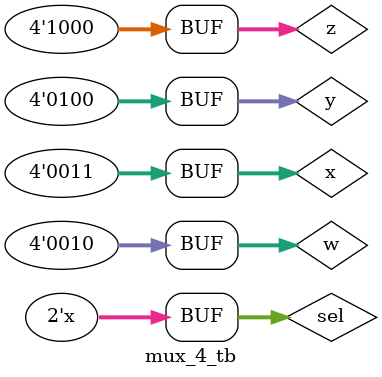
<source format=v>
module mux_4(x,y,z,w,sel,q);
input [3:0] x;
input [3:0] y;
input [3:0] z;
input [3:0] w;
input [1:0] sel;
output reg [3:0] q;
// because we will  use it in the LHS
always @(x or y or z or w or sel)
// why freezing when we use  always begin block
case(sel)

2'b00: q=x ;
2'b01: q=y ;
2'b10: q=z ;
2'b11: q=w ;
endcase
endmodule

module mux_4_tb();

reg [3:0] x;
reg [3:0] y;
reg [3:0] z;
reg [3:0] w;
reg [1:0] sel;
wire [3:0] q;
 mux_4 obj(x,y,z,w,sel,q);
 always begin
 sel=~sel; #100;
 end
 initial begin
 
 x=3; y=4; z=8; w=2;sel=3; #100;
 end

endmodule


</source>
